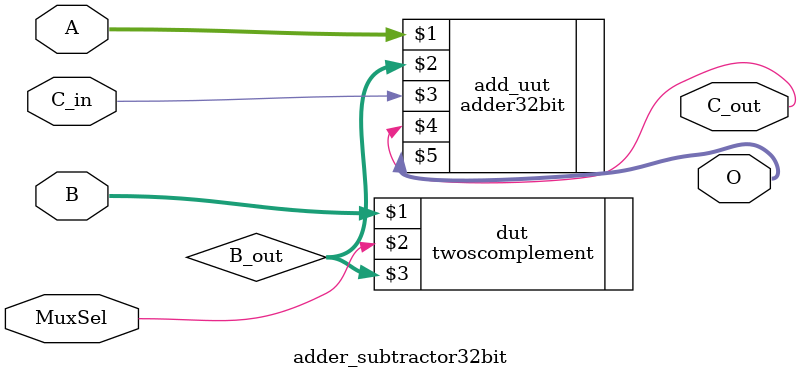
<source format=v>
module adder_subtractor32bit (A,B,C_in, MuxSel, C_out,O);

input [31:0] A;
input [31:0] B;
input C_in;
input MuxSel;

output C_out;
output [31:0] O;

wire [31:0] B_out;

twoscomplement dut (B, MuxSel, B_out);

adder32bit add_uut (A,B_out,C_in,C_out,O);



endmodule

/*
module adder_subtractor32bit (A,B,C_in, MuxSel, C_out,O);

input [31:0] A;
input [31:0] B;
input C_in;
input MuxSel;
wire [31:0] Sum;
wire [31:0] Difference;
output wire C_out;
output [31:0] O;

wire [31:0] B_ng;
wire Cin_ng;
wire C_outA;
wire C_outS;


assign B_ng = ~B;
assign Cin_ng = ~C_in;

adder32bit add_uut (A,B,C_in,C_outA,Sum);

adder32bit sub_uut (A,B_ng,Cin_ng,C_outS,Difference);

mux1 uut_Output(Sum,Difference,MuxSel,O); //0-add,1-diff

mux1C uut_Cout(C_outA, C_outS, MuxSel, C_out);


endmodule*/


</source>
